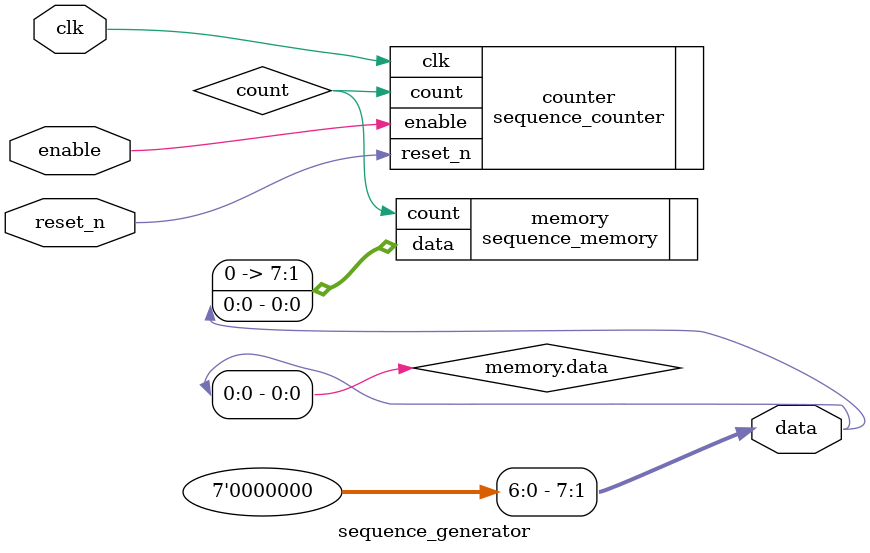
<source format=v>
module sequence_generator (
  input wire clk,
  input wire reset_n,
  input wire enable,
  output wire [7:0] data
);

  // Instantiate sequence_counter module
  sequence_counter counter (
    .clk(clk),
    .reset_n(reset_n),
    .enable(enable),
    .count(count)
  );

  // Instantiate sequence_memory module
  sequence_memory memory (
    .count(count),
    .data(data)
  );

  // Output the sequence value
  assign data = memory.data;

endmodule

</source>
